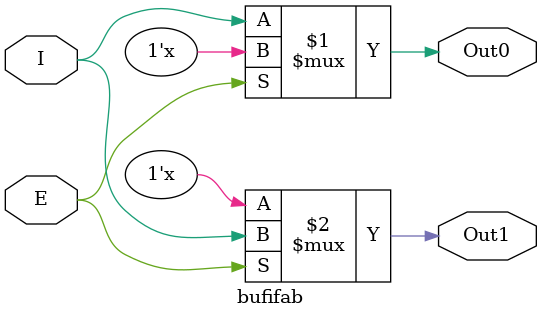
<source format=v>

module bufifab (output Out0, output Out1, input I, input E);

   bufif0 (Out0, I, E);
   bufif1 (Out1, I, E);

endmodule

</source>
